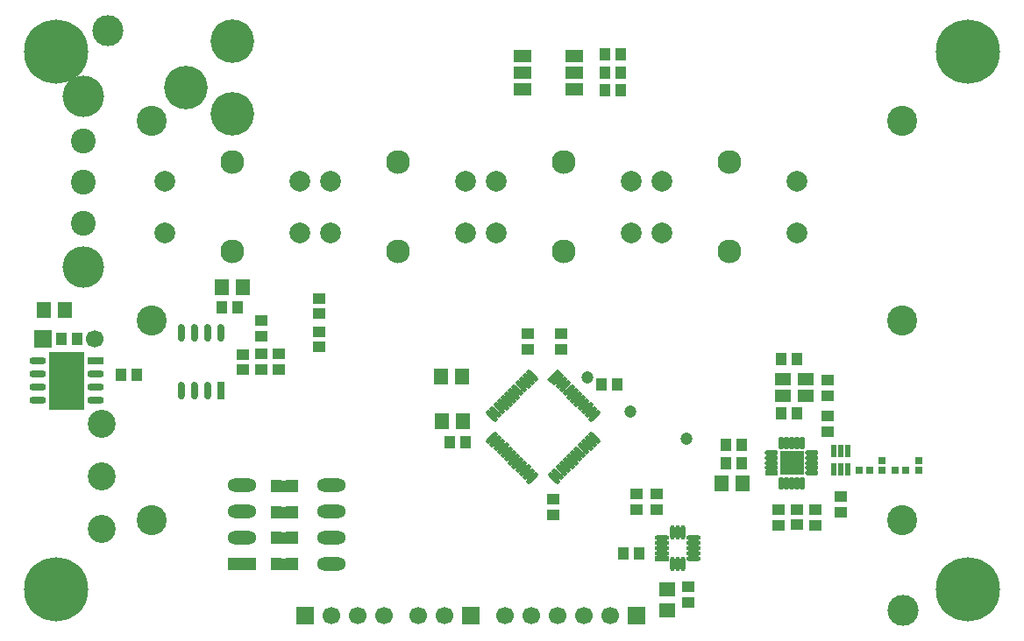
<source format=gbs>
G04 #@! TF.FileFunction,Soldermask,Bot*
%FSLAX46Y46*%
G04 Gerber Fmt 4.6, Leading zero omitted, Abs format (unit mm)*
G04 Created by KiCad (PCBNEW (2015-08-16 BZR 6097, Git b384c94)-product) date 30.08.2015 23:23:13*
%MOMM*%
G01*
G04 APERTURE LIST*
%ADD10C,0.100000*%
%ADD11C,1.100000*%
%ADD12R,1.089000X1.216000*%
%ADD13R,1.343000X1.597000*%
%ADD14R,1.216000X1.089000*%
%ADD15R,1.700000X1.700000*%
%ADD16C,1.700000*%
%ADD17R,1.597000X1.343000*%
%ADD18R,0.800000X0.800000*%
%ADD19O,0.708000X1.701140*%
%ADD20R,0.708000X1.701140*%
%ADD21O,1.599540X0.708000*%
%ADD22R,1.599540X0.708000*%
%ADD23R,1.300000X1.300000*%
%ADD24C,0.470000*%
%ADD25R,1.398880X0.499720*%
%ADD26O,1.398880X0.499720*%
%ADD27O,0.499720X1.398880*%
%ADD28R,1.300000X0.480000*%
%ADD29O,1.300000X0.480000*%
%ADD30O,0.480000X1.300000*%
%ADD31R,1.200000X1.300000*%
%ADD32R,1.100000X1.300000*%
%ADD33C,6.200000*%
%ADD34R,1.800000X1.300000*%
%ADD35R,1.200000X1.100000*%
%ADD36R,1.100000X1.200000*%
%ADD37C,3.000000*%
%ADD38C,2.000860*%
%ADD39C,2.300580*%
%ADD40C,2.400000*%
%ADD41C,4.000000*%
%ADD42R,2.800000X1.300000*%
%ADD43O,2.800000X1.300000*%
%ADD44C,1.200000*%
%ADD45C,4.200000*%
%ADD46R,1.600000X1.200000*%
%ADD47C,2.900000*%
%ADD48R,0.550000X1.200000*%
%ADD49C,2.700000*%
G04 APERTURE END LIST*
D10*
D11*
X101500000Y-114500000D02*
X100500000Y-114500000D01*
X101500000Y-112000000D02*
X100500000Y-112000000D01*
X101500000Y-109500000D02*
X100500000Y-109500000D01*
X101500000Y-107000000D02*
X100500000Y-107000000D01*
D12*
X94988000Y-89750000D03*
X96512000Y-89750000D03*
D13*
X94984000Y-87750000D03*
X97016000Y-87750000D03*
D14*
X98750000Y-95762000D03*
X98750000Y-94238000D03*
X100500000Y-95762000D03*
X100500000Y-94238000D03*
D15*
X77700000Y-92800000D03*
D16*
X82700000Y-92800000D03*
D12*
X148988000Y-94750000D03*
X150512000Y-94750000D03*
D17*
X138000000Y-116984000D03*
X138000000Y-119016000D03*
D14*
X140000000Y-116738000D03*
X140000000Y-118262000D03*
X153500000Y-98262000D03*
X153500000Y-96738000D03*
D12*
X135262000Y-113500000D03*
X133738000Y-113500000D03*
X145162000Y-103000000D03*
X143638000Y-103000000D03*
D14*
X152250000Y-109238000D03*
X152250000Y-110762000D03*
D13*
X118266000Y-100750000D03*
X116234000Y-100750000D03*
D14*
X154750000Y-107988000D03*
X154750000Y-109512000D03*
X127000000Y-108238000D03*
X127000000Y-109762000D03*
X153500000Y-101762000D03*
X153500000Y-100238000D03*
D12*
X118512000Y-102750000D03*
X116988000Y-102750000D03*
X150512000Y-100000000D03*
X148988000Y-100000000D03*
D14*
X124500000Y-93762000D03*
X124500000Y-92238000D03*
D12*
X145162000Y-104800000D03*
X143638000Y-104800000D03*
D14*
X127750000Y-93762000D03*
X127750000Y-92238000D03*
D12*
X131638000Y-97200000D03*
X133162000Y-97200000D03*
D14*
X148750000Y-109238000D03*
X148750000Y-110762000D03*
D12*
X79438000Y-92800000D03*
X80962000Y-92800000D03*
D18*
X158750000Y-105500000D03*
X158750000Y-104500000D03*
D13*
X77784000Y-90000000D03*
X79816000Y-90000000D03*
D18*
X162250000Y-105500000D03*
X162250000Y-104500000D03*
D19*
X94905000Y-92206000D03*
D20*
X94905000Y-97794000D03*
D19*
X93635000Y-92206000D03*
X92365000Y-92206000D03*
X91095000Y-92206000D03*
X93635000Y-97794000D03*
X92365000Y-97794000D03*
X91095000Y-97794000D03*
D21*
X77206000Y-94895000D03*
D22*
X82794000Y-94895000D03*
D21*
X77206000Y-96165000D03*
X77206000Y-97435000D03*
X77206000Y-98705000D03*
X82794000Y-96165000D03*
X82794000Y-97435000D03*
X82794000Y-98705000D03*
D23*
X80000000Y-96800000D03*
X78900000Y-96800000D03*
X81100000Y-96800000D03*
X80000000Y-97900000D03*
X80000000Y-99000000D03*
X78900000Y-97900000D03*
X78900000Y-99000000D03*
X81100000Y-99000000D03*
X81100000Y-97900000D03*
X78900000Y-94600000D03*
X78900000Y-95700000D03*
X80000000Y-94600000D03*
X80000000Y-95700000D03*
X81100000Y-94600000D03*
X81100000Y-95700000D03*
D10*
G36*
X127389465Y-95639108D02*
X127721805Y-95971448D01*
X126731855Y-96961398D01*
X126399515Y-96629058D01*
X127389465Y-95639108D01*
X127389465Y-95639108D01*
G37*
D24*
X127743019Y-96325001D02*
X127085409Y-96982611D01*
X128096572Y-96678554D02*
X127438962Y-97336164D01*
X128450125Y-97032108D02*
X127792515Y-97689718D01*
X128803679Y-97385661D02*
X128146069Y-98043271D01*
X129157232Y-97739214D02*
X128499622Y-98396824D01*
X129510786Y-98092768D02*
X128853176Y-98750378D01*
X129864339Y-98446321D02*
X129206729Y-99103931D01*
X130217892Y-98799875D02*
X129560282Y-99457485D01*
X130571446Y-99153428D02*
X129913836Y-99811038D01*
X130924999Y-99506981D02*
X130267389Y-100164591D01*
X131278552Y-99860535D02*
X130620942Y-100518145D01*
X131278552Y-102639465D02*
X130620942Y-101981855D01*
X130924999Y-102993019D02*
X130267389Y-102335409D01*
X130571446Y-103346572D02*
X129913836Y-102688962D01*
X130217892Y-103700125D02*
X129560282Y-103042515D01*
X129864339Y-104053679D02*
X129206729Y-103396069D01*
X129510786Y-104407232D02*
X128853176Y-103749622D01*
X129157232Y-104760786D02*
X128499622Y-104103176D01*
X128803679Y-105114339D02*
X128146069Y-104456729D01*
X128450125Y-105467892D02*
X127792515Y-104810282D01*
X128096572Y-105821446D02*
X127438962Y-105163836D01*
X127743019Y-106174999D02*
X127085409Y-105517389D01*
X127389465Y-106528552D02*
X126731855Y-105870942D01*
X125268145Y-105870942D02*
X124610535Y-106528552D01*
X124914591Y-105517389D02*
X124256981Y-106174999D01*
X124561038Y-105163836D02*
X123903428Y-105821446D01*
X124207485Y-104810282D02*
X123549875Y-105467892D01*
X123853931Y-104456729D02*
X123196321Y-105114339D01*
X123500378Y-104103176D02*
X122842768Y-104760786D01*
X123146824Y-103749622D02*
X122489214Y-104407232D01*
X122793271Y-103396069D02*
X122135661Y-104053679D01*
X122439718Y-103042515D02*
X121782108Y-103700125D01*
X122086164Y-102688962D02*
X121428554Y-103346572D01*
X121732611Y-102335409D02*
X121075001Y-102993019D01*
X121379058Y-101981855D02*
X120721448Y-102639465D01*
X121379058Y-100518145D02*
X120721448Y-99860535D01*
X121732611Y-100164591D02*
X121075001Y-99506981D01*
X122086164Y-99811038D02*
X121428554Y-99153428D01*
X122439718Y-99457485D02*
X121782108Y-98799875D01*
X122793271Y-99103931D02*
X122135661Y-98446321D01*
X123146824Y-98750378D02*
X122489214Y-98092768D01*
X123500378Y-98396824D02*
X122842768Y-97739214D01*
X123853931Y-98043271D02*
X123196321Y-97385661D01*
X124207485Y-97689718D02*
X123549875Y-97032108D01*
X124561038Y-97336164D02*
X123903428Y-96678554D01*
X124914591Y-96982611D02*
X124256981Y-96325001D01*
X125268145Y-96629058D02*
X124610535Y-95971448D01*
D25*
X137498860Y-114000760D03*
D26*
X137498860Y-113500380D03*
X137498860Y-113000000D03*
X137498860Y-112499620D03*
X137498860Y-111999240D03*
D27*
X138499620Y-111498860D03*
X139000000Y-111498860D03*
X139500380Y-111498860D03*
D26*
X140501140Y-111999240D03*
X140501140Y-112499620D03*
X140501140Y-113000000D03*
X140501140Y-113500380D03*
X140501140Y-114000760D03*
D27*
X139500380Y-114501140D03*
X139000000Y-114501140D03*
X138499620Y-114501140D03*
D28*
X148050000Y-105750000D03*
D29*
X148050000Y-105250000D03*
X148050000Y-104750000D03*
X148050000Y-104250000D03*
X148050000Y-103750000D03*
D30*
X149000000Y-102800000D03*
X149500000Y-102800000D03*
X150000000Y-102800000D03*
X150500000Y-102800000D03*
X151000000Y-102800000D03*
D29*
X151950000Y-103750000D03*
X151950000Y-104250000D03*
X151950000Y-104750000D03*
X151950000Y-105250000D03*
X151950000Y-105750000D03*
D30*
X151000000Y-106700000D03*
X150500000Y-106700000D03*
X150000000Y-106700000D03*
X149500000Y-106700000D03*
X149000000Y-106700000D03*
D23*
X149450000Y-105300000D03*
X150550000Y-105300000D03*
X149450000Y-104200000D03*
X150550000Y-104200000D03*
D31*
X101750000Y-114500000D03*
D32*
X100200000Y-114500000D03*
D31*
X101750000Y-112000000D03*
D32*
X100200000Y-112000000D03*
D31*
X101750000Y-109500000D03*
D32*
X100200000Y-109500000D03*
D31*
X101750000Y-107000000D03*
D32*
X100200000Y-107000000D03*
D33*
X79000000Y-65000000D03*
X79000000Y-117000000D03*
X167000000Y-65000000D03*
X167000000Y-117000000D03*
D13*
X145266000Y-106750000D03*
X143234000Y-106750000D03*
X118145000Y-96432400D03*
X116113000Y-96432400D03*
D18*
X161000000Y-105500000D03*
X160000000Y-105500000D03*
D34*
X124000000Y-65400000D03*
X124000000Y-67000000D03*
X124000000Y-68600000D03*
X129000000Y-65400000D03*
X129000000Y-67000000D03*
X129000000Y-68600000D03*
D35*
X97000000Y-95750000D03*
X97000000Y-94250000D03*
X98750000Y-92500000D03*
X98750000Y-91000000D03*
D36*
X133500000Y-67000000D03*
X132000000Y-67000000D03*
X133500000Y-65250000D03*
X132000000Y-65250000D03*
X133500000Y-68750000D03*
X132000000Y-68750000D03*
D35*
X150500000Y-109250000D03*
X150500000Y-110750000D03*
X135000000Y-107750000D03*
X135000000Y-109250000D03*
X137000000Y-109250000D03*
X137000000Y-107750000D03*
D36*
X86750000Y-96200000D03*
X85250000Y-96200000D03*
D37*
X84000000Y-63000000D03*
X160750000Y-119000000D03*
D38*
X89500140Y-77500640D03*
X89500140Y-82499360D03*
X102499860Y-82499360D03*
X102499860Y-77500640D03*
D39*
X96000000Y-75682000D03*
X96000000Y-84318000D03*
D38*
X105500140Y-77500640D03*
X105500140Y-82499360D03*
X118499860Y-82499360D03*
X118499860Y-77500640D03*
D39*
X112000000Y-75682000D03*
X112000000Y-84318000D03*
D38*
X121500140Y-77500640D03*
X121500140Y-82499360D03*
X134499860Y-82499360D03*
X134499860Y-77500640D03*
D39*
X128000000Y-75682000D03*
X128000000Y-84318000D03*
D38*
X137500140Y-77500640D03*
X137500140Y-82499360D03*
X150499860Y-82499360D03*
X150499860Y-77500640D03*
D39*
X144000000Y-75682000D03*
X144000000Y-84318000D03*
D40*
X81600000Y-81600000D03*
X81600000Y-77600000D03*
X81600000Y-73600000D03*
D41*
X81600000Y-85850000D03*
X81600000Y-69350000D03*
D42*
X96932000Y-114560000D03*
D43*
X96932000Y-112020000D03*
X96932000Y-109480000D03*
X96932000Y-106940000D03*
X105568000Y-106940000D03*
X105568000Y-109480000D03*
X105568000Y-112020000D03*
X105568000Y-114560000D03*
D44*
X130250000Y-96500000D03*
X139800000Y-102400000D03*
X134400000Y-99800000D03*
D45*
X96000000Y-64000000D03*
X91500000Y-68500000D03*
X96000000Y-71000000D03*
D15*
X103000000Y-119500000D03*
D16*
X105540000Y-119500000D03*
X108080000Y-119500000D03*
X110620000Y-119500000D03*
D15*
X135000000Y-119500000D03*
D16*
X132460000Y-119500000D03*
X129920000Y-119500000D03*
X127380000Y-119500000D03*
X124840000Y-119500000D03*
X122300000Y-119500000D03*
D15*
X119000000Y-119500000D03*
D16*
X116460000Y-119500000D03*
X113920000Y-119500000D03*
D46*
X149150000Y-96700000D03*
X151350000Y-96700000D03*
X151350000Y-98300000D03*
X149150000Y-98300000D03*
D47*
X88150000Y-91000000D03*
X88150000Y-110300000D03*
X160650000Y-110300000D03*
X160650000Y-91000000D03*
X160650000Y-71700000D03*
X88150000Y-71700000D03*
D48*
X155400000Y-105400000D03*
X154750000Y-105400000D03*
X154100000Y-105400000D03*
X154100000Y-103600000D03*
X154750000Y-103600000D03*
X155400000Y-103600000D03*
D18*
X157500000Y-105500000D03*
X156500000Y-105500000D03*
D35*
X104400000Y-88850000D03*
X104400000Y-90350000D03*
X104400000Y-92050000D03*
X104400000Y-93550000D03*
D49*
X83400000Y-100980000D03*
X83400000Y-106060000D03*
X83400000Y-111140000D03*
M02*

</source>
